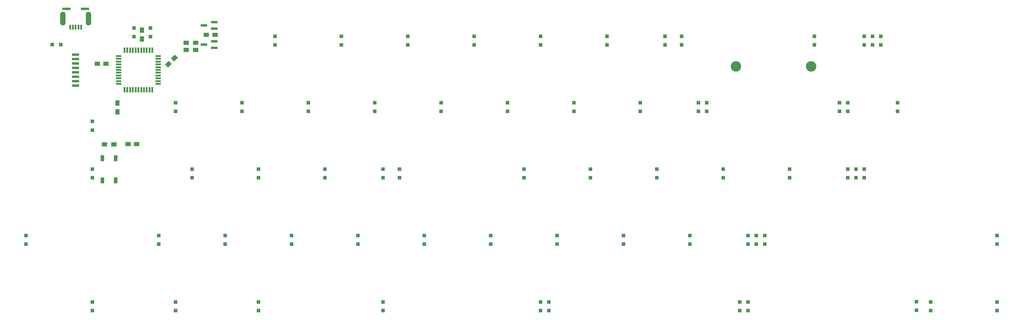
<source format=gbp>
%TF.GenerationSoftware,KiCad,Pcbnew,4.0.2-stable*%
%TF.CreationDate,2018-01-14T16:25:27+11:00*%
%TF.ProjectId,60,36302E6B696361645F70636200000000,rev?*%
%TF.FileFunction,Paste,Bot*%
%FSLAX46Y46*%
G04 Gerber Fmt 4.6, Leading zero omitted, Abs format (unit mm)*
G04 Created by KiCad (PCBNEW 4.0.2-stable) date 14/01/2018 4:25:27 PM*
%MOMM*%
G01*
G04 APERTURE LIST*
%ADD10C,0.100000*%
%ADD11C,3.000000*%
%ADD12R,1.000000X1.000000*%
%ADD13R,1.250000X1.500000*%
%ADD14R,1.500000X1.250000*%
%ADD15R,1.900000X0.800000*%
%ADD16R,1.500000X1.300000*%
%ADD17R,2.000000X0.800000*%
%ADD18R,0.550000X1.500000*%
%ADD19R,1.500000X0.550000*%
%ADD20R,2.350000X0.800000*%
%ADD21R,0.500000X1.400000*%
%ADD22O,1.500000X4.000000*%
%ADD23R,1.000000X1.700000*%
G04 APERTURE END LIST*
D10*
D11*
X234800000Y-56250000D03*
X213200000Y-56250000D03*
D12*
X40481250Y-47693750D03*
X40481250Y-45193750D03*
D13*
X35750000Y-66750000D03*
X35750000Y-69250000D03*
D14*
X32450000Y-55500000D03*
X29950000Y-55500000D03*
D13*
X42800000Y-48350000D03*
X42800000Y-45850000D03*
D10*
G36*
X50227729Y-56556155D02*
X49343845Y-55672271D01*
X50404505Y-54611611D01*
X51288389Y-55495495D01*
X50227729Y-56556155D01*
X50227729Y-56556155D01*
G37*
G36*
X51995495Y-54788389D02*
X51111611Y-53904505D01*
X52172271Y-52843845D01*
X53056155Y-53727729D01*
X51995495Y-54788389D01*
X51995495Y-54788389D01*
G37*
D14*
X63750000Y-47200000D03*
X61250000Y-47200000D03*
D15*
X63500000Y-49000000D03*
X63500000Y-50900000D03*
X60500000Y-49950000D03*
D16*
X31987500Y-78581250D03*
X34687500Y-78581250D03*
X58150000Y-49500000D03*
X55450000Y-49500000D03*
X55450000Y-51500000D03*
X58150000Y-51500000D03*
D17*
X23750000Y-61740000D03*
X23750000Y-60470000D03*
X23750000Y-59200000D03*
X23750000Y-57930000D03*
X23750000Y-56660000D03*
X23750000Y-55390000D03*
X23750000Y-54120000D03*
X23750000Y-52850000D03*
D15*
X63500000Y-43500000D03*
X63500000Y-45400000D03*
X60500000Y-44450000D03*
D18*
X45750000Y-62950000D03*
X44950000Y-62950000D03*
X44150000Y-62950000D03*
X43350000Y-62950000D03*
X42550000Y-62950000D03*
X41750000Y-62950000D03*
X40950000Y-62950000D03*
X40150000Y-62950000D03*
X39350000Y-62950000D03*
X38550000Y-62950000D03*
X37750000Y-62950000D03*
D19*
X36050000Y-61250000D03*
X36050000Y-60450000D03*
X36050000Y-59650000D03*
X36050000Y-58850000D03*
X36050000Y-58050000D03*
X36050000Y-57250000D03*
X36050000Y-56450000D03*
X36050000Y-55650000D03*
X36050000Y-54850000D03*
X36050000Y-54050000D03*
X36050000Y-53250000D03*
D18*
X37750000Y-51550000D03*
X38550000Y-51550000D03*
X39350000Y-51550000D03*
X40150000Y-51550000D03*
X40950000Y-51550000D03*
X41750000Y-51550000D03*
X42550000Y-51550000D03*
X43350000Y-51550000D03*
X44150000Y-51550000D03*
X44950000Y-51550000D03*
X45750000Y-51550000D03*
D19*
X47450000Y-53250000D03*
X47450000Y-54050000D03*
X47450000Y-54850000D03*
X47450000Y-55650000D03*
X47450000Y-56450000D03*
X47450000Y-57250000D03*
X47450000Y-58050000D03*
X47450000Y-58850000D03*
X47450000Y-59650000D03*
X47450000Y-60450000D03*
X47450000Y-61250000D03*
D12*
X288131250Y-126275000D03*
X288131250Y-123775000D03*
X265000000Y-126200000D03*
X265000000Y-123700000D03*
X269081250Y-126275000D03*
X269081250Y-123775000D03*
X216693750Y-126275000D03*
X216693750Y-123775000D03*
X214312500Y-126275000D03*
X214312500Y-123775000D03*
X157162500Y-126275000D03*
X157162500Y-123775000D03*
X76200000Y-126275000D03*
X76200000Y-123775000D03*
X52387500Y-126275000D03*
X52387500Y-123775000D03*
X28575000Y-126275000D03*
X28575000Y-123775000D03*
X288131250Y-107225000D03*
X288131250Y-104725000D03*
X219075000Y-107225000D03*
X219075000Y-104725000D03*
X221456250Y-107225000D03*
X221456250Y-104725000D03*
X216693750Y-107225000D03*
X216693750Y-104725000D03*
X200025000Y-107225000D03*
X200025000Y-104725000D03*
X180975000Y-107225000D03*
X180975000Y-104725000D03*
X161925000Y-107225000D03*
X161925000Y-104725000D03*
X142875000Y-107225000D03*
X142875000Y-104725000D03*
X123825000Y-107225000D03*
X123825000Y-104725000D03*
X104775000Y-107225000D03*
X104775000Y-104725000D03*
X85725000Y-107225000D03*
X85725000Y-104725000D03*
X66675000Y-107225000D03*
X66675000Y-104725000D03*
X47625000Y-107225000D03*
X47625000Y-104725000D03*
X9525000Y-107225000D03*
X9525000Y-104725000D03*
X247650000Y-88175000D03*
X247650000Y-85675000D03*
X250031250Y-88175000D03*
X250031250Y-85675000D03*
X245268750Y-88175000D03*
X245268750Y-85675000D03*
X228600000Y-88175000D03*
X228600000Y-85675000D03*
X209550000Y-88175000D03*
X209550000Y-85675000D03*
X190500000Y-88175000D03*
X190500000Y-85675000D03*
X171450000Y-88175000D03*
X171450000Y-85675000D03*
X152400000Y-88175000D03*
X152400000Y-85675000D03*
X116681250Y-88175000D03*
X116681250Y-85675000D03*
X111918750Y-88175000D03*
X111918750Y-85675000D03*
X95250000Y-88175000D03*
X95250000Y-85675000D03*
X76200000Y-88175000D03*
X76200000Y-85675000D03*
X57150000Y-88175000D03*
X57150000Y-85675000D03*
X28575000Y-88175000D03*
X28575000Y-85675000D03*
X259556250Y-69125000D03*
X259556250Y-66625000D03*
X245268750Y-69125000D03*
X245268750Y-66625000D03*
X242887500Y-69125000D03*
X242887500Y-66625000D03*
X204787500Y-69125000D03*
X204787500Y-66625000D03*
X202406250Y-69125000D03*
X202406250Y-66625000D03*
X185737500Y-69125000D03*
X185737500Y-66625000D03*
X166687500Y-69125000D03*
X166687500Y-66625000D03*
X147637500Y-69125000D03*
X147637500Y-66625000D03*
X128587500Y-69125000D03*
X128587500Y-66625000D03*
X109537500Y-69125000D03*
X109537500Y-66625000D03*
X90487500Y-69125000D03*
X90487500Y-66625000D03*
X71437500Y-69125000D03*
X71437500Y-66625000D03*
X52387500Y-69125000D03*
X52387500Y-66625000D03*
X28500000Y-74500000D03*
X28500000Y-72000000D03*
X252412500Y-50075000D03*
X252412500Y-47575000D03*
X254793750Y-50075000D03*
X254793750Y-47575000D03*
X250031250Y-50075000D03*
X250031250Y-47575000D03*
X235743750Y-50075000D03*
X235743750Y-47575000D03*
X197643750Y-50075000D03*
X197643750Y-47575000D03*
X192881250Y-50075000D03*
X192881250Y-47575000D03*
X176212500Y-50075000D03*
X176212500Y-47575000D03*
X157162500Y-50075000D03*
X157162500Y-47575000D03*
X138112500Y-50075000D03*
X138112500Y-47575000D03*
X119062500Y-50075000D03*
X119062500Y-47575000D03*
X100012500Y-50075000D03*
X100012500Y-47575000D03*
X80962500Y-50075000D03*
X80962500Y-47575000D03*
X45243750Y-47693750D03*
X45243750Y-45193750D03*
X19500000Y-50000000D03*
X17000000Y-50000000D03*
X111918750Y-126275000D03*
X111918750Y-123775000D03*
X159543750Y-126275000D03*
X159543750Y-123775000D03*
D20*
X26425000Y-39750000D03*
X21075000Y-39750000D03*
D21*
X22150000Y-44950000D03*
X22950000Y-44950000D03*
X23750000Y-44950000D03*
X24550000Y-44950000D03*
X25350000Y-44950000D03*
D22*
X20100000Y-42550000D03*
X27400000Y-42550000D03*
D23*
X31437500Y-82575000D03*
X31437500Y-88875000D03*
X35237500Y-82575000D03*
X35237500Y-88875000D03*
D14*
X38750000Y-78500000D03*
X41250000Y-78500000D03*
M02*

</source>
